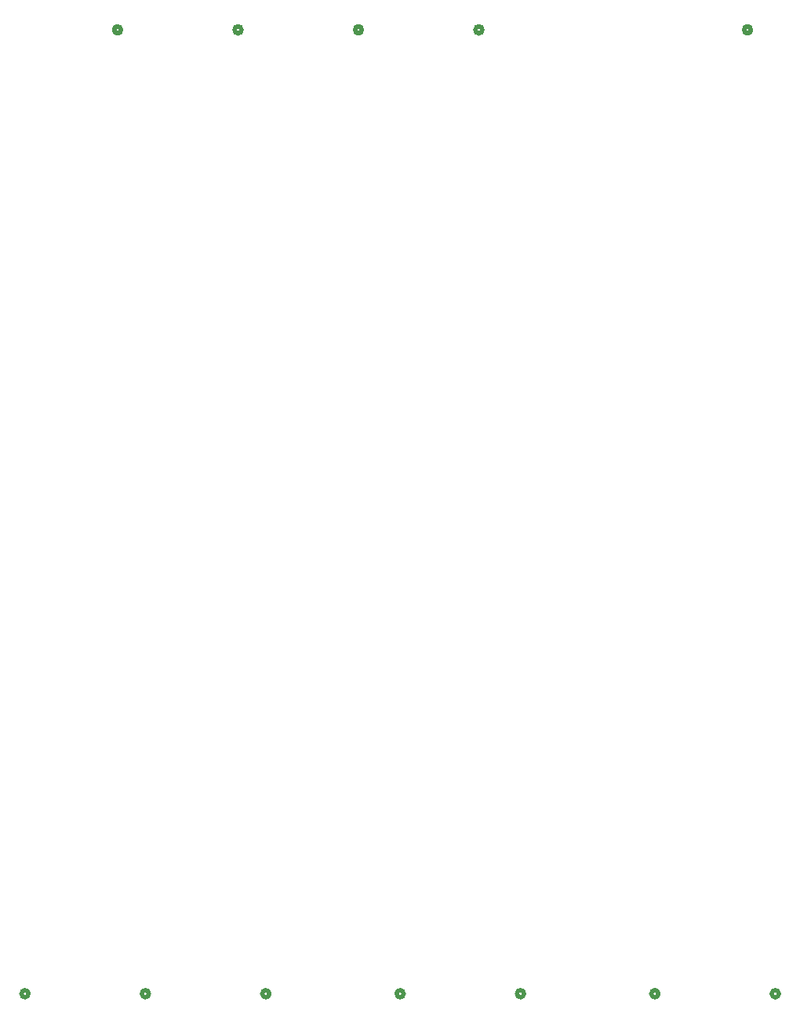
<source format=gbo>
G04*
G04 #@! TF.GenerationSoftware,Altium Limited,Altium Designer,22.1.2 (22)*
G04*
G04 Layer_Color=32896*
%FSLAX25Y25*%
%MOIN*%
G70*
G04*
G04 #@! TF.SameCoordinates,1A32ED5E-F4BE-4E84-8868-A45DA14C1EED*
G04*
G04*
G04 #@! TF.FilePolarity,Positive*
G04*
G01*
G75*
%ADD11C,0.02000*%
D11*
X363705Y46870D02*
G03*
X363705Y46870I-1500J0D01*
G01*
X523153D02*
G03*
X523153Y46870I-1500J0D01*
G01*
X574335D02*
G03*
X574335Y46870I-1500J0D01*
G01*
X670791Y456319D02*
G03*
X670791Y456319I-1500J0D01*
G01*
X556618D02*
G03*
X556618Y456319I-1500J0D01*
G01*
X505437D02*
G03*
X505437Y456319I-1500J0D01*
G01*
X454256D02*
G03*
X454256Y456319I-1500J0D01*
G01*
X403075D02*
G03*
X403075Y456319I-1500J0D01*
G01*
X682602Y46870D02*
G03*
X682602Y46870I-1500J0D01*
G01*
X631421D02*
G03*
X631421Y46870I-1500J0D01*
G01*
X466067D02*
G03*
X466067Y46870I-1500J0D01*
G01*
X414886D02*
G03*
X414886Y46870I-1500J0D01*
G01*
M02*

</source>
